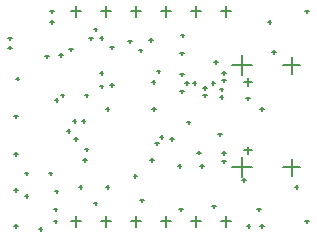
<source format=gbr>
%TF.GenerationSoftware,Altium Limited,Altium Designer,19.0.15 (446)*%
G04 Layer_Color=128*
%FSLAX45Y45*%
%MOMM*%
%TF.FileFunction,Drillmap*%
%TF.Part,Single*%
G01*
G75*
%TA.AperFunction,NonConductor*%
%ADD74C,0.12700*%
D74*
X10369000Y5334000D02*
X10459000D01*
X10414000Y5289000D02*
Y5379000D01*
X10623000Y5334000D02*
X10713000D01*
X10668000Y5289000D02*
Y5379000D01*
X10115000Y5334000D02*
X10205000D01*
X10160000Y5289000D02*
Y5379000D01*
X9861000Y5334000D02*
X9951000D01*
X9906000Y5289000D02*
Y5379000D01*
X10877000Y5334000D02*
X10967000D01*
X10922000Y5289000D02*
Y5379000D01*
X11131000Y5334000D02*
X11221000D01*
X11176000Y5289000D02*
Y5379000D01*
X10369000Y7112000D02*
X10459000D01*
X10414000Y7067000D02*
Y7157000D01*
X10623000Y7112000D02*
X10713000D01*
X10668000Y7067000D02*
Y7157000D01*
X10115000Y7112000D02*
X10205000D01*
X10160000Y7067000D02*
Y7157000D01*
X9861000Y7112000D02*
X9951000D01*
X9906000Y7067000D02*
Y7157000D01*
X10877000Y7112000D02*
X10967000D01*
X10922000Y7067000D02*
Y7157000D01*
X11131000Y7112000D02*
X11221000D01*
X11176000Y7067000D02*
Y7157000D01*
X11661250Y6655000D02*
X11801250D01*
X11731250Y6585000D02*
Y6725000D01*
X11661250Y5791000D02*
X11801250D01*
X11731250Y5721000D02*
Y5861000D01*
X11228250Y6655000D02*
X11398250D01*
X11313250Y6570000D02*
Y6740000D01*
X11228250Y5791000D02*
X11398250D01*
X11313250Y5706000D02*
Y5876000D01*
X11330750Y5934000D02*
X11395750D01*
X11363250Y5901500D02*
Y5966500D01*
X11330750Y6512000D02*
X11395750D01*
X11363250Y6479500D02*
Y6544500D01*
X9764000Y6741645D02*
X9794000D01*
X9779000Y6726645D02*
Y6756645D01*
X11075000Y6682944D02*
X11105000D01*
X11090000Y6667945D02*
Y6697944D01*
X11465800Y5295900D02*
X11495800D01*
X11480800Y5280900D02*
Y5310900D01*
X11351500Y5295900D02*
X11381500D01*
X11366500Y5280900D02*
Y5310900D01*
X9716968Y5435600D02*
X9746968D01*
X9731968Y5420600D02*
Y5450600D01*
X9716968Y5332500D02*
X9746968D01*
X9731968Y5317500D02*
Y5347500D01*
X10546660Y6512000D02*
X10576660D01*
X10561660Y6497000D02*
Y6527000D01*
X10056100Y6959600D02*
X10086100D01*
X10071100Y6944600D02*
Y6974600D01*
X10589500Y6604000D02*
X10619500D01*
X10604500Y6589000D02*
Y6619000D01*
X10983200Y6400800D02*
X11013200D01*
X10998200Y6385800D02*
Y6415800D01*
X11052800Y6506168D02*
X11082800D01*
X11067800Y6491168D02*
Y6521168D01*
X11465800Y6286500D02*
X11495800D01*
X11480800Y6271500D02*
Y6301500D01*
X10449800Y5511800D02*
X10479800D01*
X10464800Y5496800D02*
Y5526800D01*
X10056100Y5486400D02*
X10086100D01*
X10071100Y5471400D02*
Y5501400D01*
X11567400Y6769100D02*
X11597400D01*
X11582400Y6754100D02*
Y6784100D01*
X11348250Y6375400D02*
X11378250D01*
X11363250Y6360400D02*
Y6390400D01*
X11122900Y6388100D02*
X11152900D01*
X11137900Y6373100D02*
Y6403100D01*
X11313400Y5686000D02*
X11343400D01*
X11328400Y5671000D02*
Y5701000D01*
X11110200Y6070600D02*
X11140200D01*
X11125200Y6055600D02*
Y6085600D01*
X11145000Y5912198D02*
X11175000D01*
X11160000Y5897198D02*
Y5927198D01*
X11145000Y5842000D02*
X11175000D01*
X11160000Y5827000D02*
Y5857000D01*
X11757900Y5624600D02*
X11787900D01*
X11772900Y5609600D02*
Y5639600D01*
X10533496Y5854700D02*
X10563496D01*
X10548496Y5839700D02*
Y5869700D01*
X10195800Y6489700D02*
X10225800D01*
X10210800Y6474700D02*
Y6504700D01*
X9979900Y6400800D02*
X10009900D01*
X9994900Y6385800D02*
Y6415800D01*
X9979900Y5943600D02*
X10009900D01*
X9994900Y5928600D02*
Y5958600D01*
X9954500Y6184900D02*
X9984500D01*
X9969500Y6169900D02*
Y6199900D01*
X9471900Y5549900D02*
X9501900D01*
X9486900Y5534900D02*
Y5564900D01*
X9878300Y6184900D02*
X9908300D01*
X9893300Y6169900D02*
Y6199900D01*
X9471900Y5740400D02*
X9501900D01*
X9486900Y5725400D02*
Y5755400D01*
X10780000Y5435600D02*
X10810000D01*
X10795000Y5420600D02*
Y5450600D01*
X9827500Y6098000D02*
X9857500D01*
X9842500Y6083000D02*
Y6113000D01*
X11059400Y5461000D02*
X11089400D01*
X11074400Y5446000D02*
Y5476000D01*
X9891000Y6032500D02*
X9921000D01*
X9906000Y6017500D02*
Y6047500D01*
X10157700Y5624600D02*
X10187700D01*
X10172700Y5609600D02*
Y5639600D01*
X9967200Y5854700D02*
X9997200D01*
X9982200Y5839700D02*
Y5869700D01*
X9776700Y6400800D02*
X9806700D01*
X9791700Y6385800D02*
Y6415800D01*
X9725900Y6362700D02*
X9755900D01*
X9740900Y6347700D02*
Y6377700D01*
X9646257Y6731000D02*
X9676257D01*
X9661257Y6716000D02*
Y6746000D01*
X10157700Y6286500D02*
X10187700D01*
X10172700Y6271500D02*
Y6301500D01*
X10551400Y6286500D02*
X10581400D01*
X10566400Y6271500D02*
Y6301500D01*
X10106900Y6888005D02*
X10136900D01*
X10121900Y6873005D02*
Y6903004D01*
X10106900Y6477000D02*
X10136900D01*
X10121900Y6462000D02*
Y6492000D01*
X9675100Y5740400D02*
X9705100D01*
X9690100Y5725400D02*
Y5755400D01*
X10394022Y5716600D02*
X10424022D01*
X10409022Y5701600D02*
Y5731600D01*
X10576800Y5994400D02*
X10606800D01*
X10591800Y5979400D02*
Y6009400D01*
X10614900Y6048000D02*
X10644900D01*
X10629900Y6033000D02*
Y6063000D01*
X9725900Y5588000D02*
X9755900D01*
X9740900Y5573000D02*
Y5603000D01*
X9929100Y5624600D02*
X9959100D01*
X9944100Y5609600D02*
Y5639600D01*
X9590000Y5270500D02*
X9620000D01*
X9605000Y5255500D02*
Y5285500D01*
X9383000Y5295900D02*
X9413000D01*
X9398000Y5280900D02*
Y5310900D01*
X9383000Y5600700D02*
X9413000D01*
X9398000Y5585700D02*
Y5615700D01*
X9383000Y5903000D02*
X9413000D01*
X9398000Y5888000D02*
Y5918000D01*
X9383000Y6223000D02*
X9413000D01*
X9398000Y6208000D02*
Y6238000D01*
X9395700Y6543000D02*
X9425700D01*
X9410700Y6528000D02*
Y6558000D01*
X9332200Y6883400D02*
X9362200D01*
X9347200Y6868400D02*
Y6898400D01*
X9332200Y6804130D02*
X9362200D01*
X9347200Y6789130D02*
Y6819130D01*
X9687800Y7112000D02*
X9717800D01*
X9702800Y7097000D02*
Y7127000D01*
X9687800Y7023100D02*
X9717800D01*
X9702800Y7008100D02*
Y7038100D01*
X9845689Y6789011D02*
X9875689D01*
X9860689Y6774011D02*
Y6804011D01*
X10018000Y6883400D02*
X10048000D01*
X10033000Y6868400D02*
Y6898400D01*
X10106900Y6591300D02*
X10136900D01*
X10121900Y6576300D02*
Y6606300D01*
X10437100Y6781800D02*
X10467100D01*
X10452100Y6766800D02*
Y6796800D01*
X10348200Y6858000D02*
X10378200D01*
X10363200Y6843000D02*
Y6873000D01*
X10195800Y6807200D02*
X10225800D01*
X10210800Y6792200D02*
Y6822200D01*
X11529300Y7021600D02*
X11559300D01*
X11544300Y7006600D02*
Y7036600D01*
X11846800Y7112000D02*
X11876800D01*
X11861800Y7097000D02*
Y7127000D01*
X10932400Y5916600D02*
X10962400D01*
X10947400Y5901600D02*
Y5931600D01*
X10843500Y6172200D02*
X10873500D01*
X10858500Y6157200D02*
Y6187200D01*
X10703800Y6032500D02*
X10733800D01*
X10718800Y6017500D02*
Y6047500D01*
X10767300Y5803900D02*
X10797300D01*
X10782300Y5788900D02*
Y5818900D01*
X10957800Y5803900D02*
X10987800D01*
X10972800Y5788900D02*
Y5818900D01*
X11145000Y6591300D02*
X11175000D01*
X11160000Y6576300D02*
Y6606300D01*
X11145000Y6527800D02*
X11175000D01*
X11160000Y6512800D02*
Y6542800D01*
X10523070Y6870700D02*
X10553070D01*
X10538070Y6855700D02*
Y6885700D01*
X10788700Y6756400D02*
X10818700D01*
X10803700Y6741400D02*
Y6771400D01*
X10792700Y6908800D02*
X10822700D01*
X10807700Y6893800D02*
Y6923800D01*
X10788700Y6434900D02*
X10818700D01*
X10803700Y6419900D02*
Y6449900D01*
X10788700Y6578600D02*
X10818700D01*
X10803700Y6563600D02*
Y6593600D01*
X10894300Y6506168D02*
X10924300D01*
X10909300Y6491168D02*
Y6521168D01*
X10830800Y6506168D02*
X10860800D01*
X10845800Y6491168D02*
Y6521168D01*
X10983200Y6464300D02*
X11013200D01*
X10998200Y6449300D02*
Y6479300D01*
X11122900Y6451600D02*
X11152900D01*
X11137900Y6436600D02*
Y6466600D01*
X11440400Y5435600D02*
X11470400D01*
X11455400Y5420600D02*
Y5450600D01*
X11846800Y5334000D02*
X11876800D01*
X11861800Y5319000D02*
Y5349000D01*
%TF.MD5,59e9d5855bc7718126f897d0e84a3d0f*%
M02*

</source>
